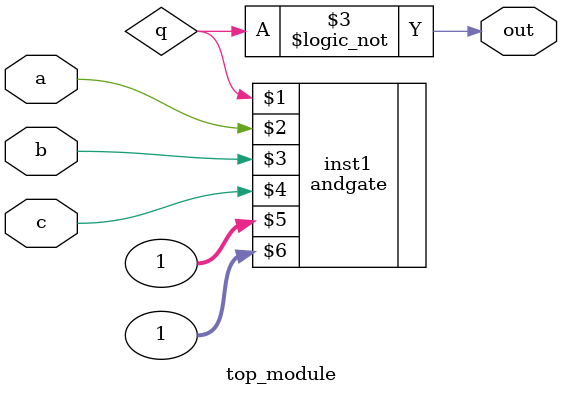
<source format=v>
module top_module (input a, input b, input c, output out);//
	reg q;
    andgate inst1 ( q,a,b,c,1,1 );
	assign out = !q;
endmodule


</source>
